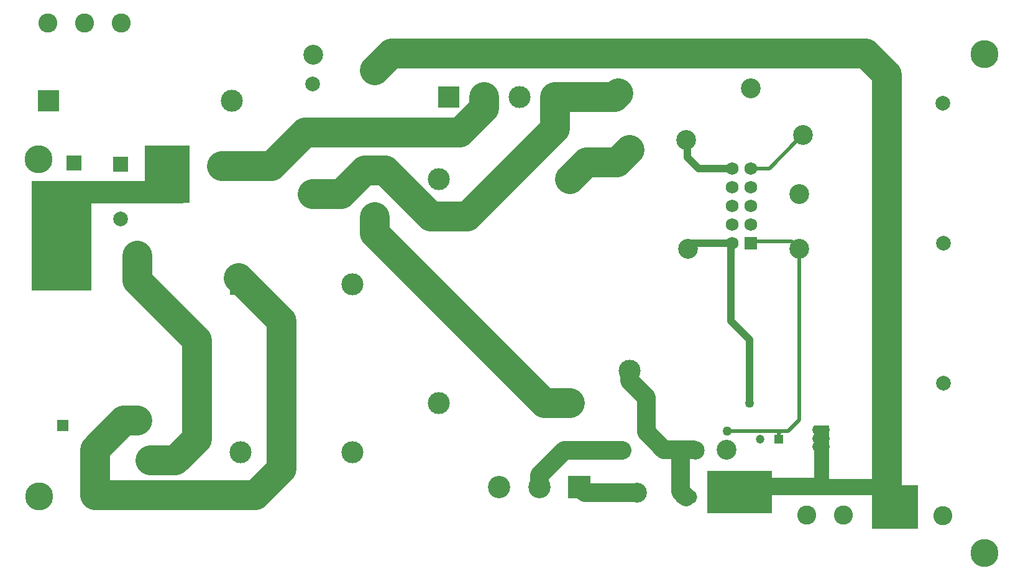
<source format=gbl>
G04 Layer_Physical_Order=2*
G04 Layer_Color=16711680*
%FSLAX25Y25*%
%MOIN*%
G70*
G01*
G75*
%ADD20R,0.07874X0.07874*%
%ADD25C,0.02000*%
%ADD26C,0.16000*%
%ADD27C,0.04000*%
%ADD30C,0.10000*%
%ADD50C,0.15000*%
%ADD51C,0.10630*%
%ADD52C,0.09843*%
%ADD53R,0.12000X0.06969*%
%ADD54O,0.12000X0.06969*%
%ADD55C,0.11811*%
%ADD56C,0.06890*%
%ADD57R,0.06890X0.06890*%
%ADD58C,0.06299*%
%ADD59R,0.06299X0.06299*%
%ADD60C,0.07874*%
%ADD61R,0.11811X0.11811*%
%ADD62C,0.11969*%
%ADD63R,0.11969X0.11969*%
%ADD64C,0.11024*%
%ADD65R,0.11024X0.11024*%
%ADD66R,0.11811X0.11811*%
%ADD67R,0.07874X0.07874*%
%ADD68C,0.09646*%
%ADD69R,0.09646X0.09646*%
%ADD70R,0.04724X0.04724*%
%ADD71C,0.04724*%
%ADD72C,0.10236*%
%ADD73C,0.05000*%
%ADD74R,0.24000X0.31000*%
%ADD75R,0.32000X0.47000*%
%ADD76R,0.81500X0.12000*%
%ADD77R,0.25000X0.23500*%
%ADD78R,0.08000X0.37500*%
%ADD79R,0.35000X0.22500*%
%ADD80R,0.22500X0.09500*%
%ADD81R,0.23500X0.08500*%
D20*
X583500Y336000D02*
D03*
X584000Y186000D02*
D03*
Y261000D02*
D03*
X159500Y136000D02*
D03*
D25*
X533000Y262000D02*
X537000Y258000D01*
X512000Y262000D02*
X533000D01*
X511000Y261000D02*
X512000Y262000D01*
X536250Y316250D02*
X537750D01*
X521000Y301000D02*
X536250Y316250D01*
X511000Y301000D02*
X521000D01*
X531000Y160500D02*
X537000Y166500D01*
X498500Y160500D02*
X527000D01*
X526000Y155500D02*
Y159500D01*
X527000Y160500D01*
X531000D01*
X537000Y166500D02*
Y187500D01*
Y258000D01*
D26*
X254000Y302500D02*
X272000Y320500D01*
X227500Y302500D02*
X254000D01*
X439500Y304500D02*
X446000Y311000D01*
X423000Y304500D02*
X439500D01*
X414000Y295500D02*
X423000Y304500D01*
X309500Y353740D02*
X318500Y362740D01*
X572760D02*
X584000Y351500D01*
X406047Y339500D02*
X438000D01*
X440000Y341500D01*
X182000Y241000D02*
Y254500D01*
Y241000D02*
X214000Y209000D01*
Y156161D02*
Y209000D01*
X174917Y165917D02*
X182000D01*
X159500Y150500D02*
X174917Y165917D01*
X159500Y136000D02*
Y150500D01*
Y126000D02*
Y136000D01*
X245500Y126000D02*
X259500Y140000D01*
X159500Y126000D02*
X245500D01*
X189028Y144661D02*
X202500D01*
X214000Y156161D01*
X259500Y140000D02*
Y219500D01*
X584000Y130000D02*
Y351500D01*
X276000Y287500D02*
X291500D01*
X304000Y300000D01*
X309500Y266500D02*
Y275000D01*
X236500Y242500D02*
X259500Y219500D01*
X272000Y320500D02*
X355000D01*
X368016Y333516D01*
Y339500D01*
X309500Y266500D02*
X400500Y175500D01*
X414000D01*
X406047Y322547D02*
Y339500D01*
X304000Y300000D02*
X315000D01*
X339500Y275500D01*
X359000D01*
X406047Y322547D01*
X318500Y362740D02*
X572760D01*
D27*
X477000Y307000D02*
Y316500D01*
X500500Y219500D02*
X510500Y209500D01*
X500500Y219500D02*
Y260500D01*
X510500Y175500D02*
Y209500D01*
X500500Y260500D02*
X501000Y261000D01*
X483000Y301000D02*
X501000D01*
X477000Y307000D02*
X483000Y301000D01*
X480500Y261000D02*
X501000D01*
X477500Y258000D02*
X480500Y261000D01*
D30*
X422000Y127500D02*
X450000D01*
X419000Y130500D02*
X422000Y127500D01*
X464500Y150500D02*
X473500D01*
X455000Y160000D02*
X464500Y150500D01*
X473500Y128000D02*
Y150500D01*
X474000D02*
X480500D01*
X411000Y150000D02*
X442130D01*
X397622Y136622D02*
X411000Y150000D01*
X473500Y128000D02*
X476500Y125000D01*
X455000Y160000D02*
Y178500D01*
X446000Y187500D02*
X455000Y178500D01*
X446000Y187500D02*
Y192890D01*
X397622Y130500D02*
Y136622D01*
D50*
X129000Y306000D02*
D03*
X636500Y362500D02*
D03*
Y95000D02*
D03*
X129500Y125500D02*
D03*
D51*
X492000Y363000D02*
D03*
X450000Y127500D02*
D03*
X477500Y258000D02*
D03*
X498000Y150500D02*
D03*
X276500Y362000D02*
D03*
X511000Y344000D02*
D03*
X539030Y319029D02*
D03*
X476500Y316500D02*
D03*
X440000Y341500D02*
D03*
X537000Y287500D02*
D03*
Y258000D02*
D03*
D52*
X481500Y150000D02*
D03*
X442130D02*
D03*
D53*
X496500Y125000D02*
D03*
D54*
X476500D02*
D03*
D55*
X343921Y175500D02*
D03*
Y295500D02*
D03*
X414000D02*
D03*
Y175500D02*
D03*
X406047Y339500D02*
D03*
X368016D02*
D03*
X387032D02*
D03*
X446000Y311000D02*
D03*
Y192890D02*
D03*
X237500Y149000D02*
D03*
X297500D02*
D03*
Y239000D02*
D03*
X232925Y337500D02*
D03*
D56*
X501000Y301000D02*
D03*
Y291000D02*
D03*
Y281000D02*
D03*
Y271000D02*
D03*
Y261000D02*
D03*
X511000Y301000D02*
D03*
Y291000D02*
D03*
Y281000D02*
D03*
Y271000D02*
D03*
D57*
Y261000D02*
D03*
D58*
X182000Y165917D02*
D03*
X142000Y252083D02*
D03*
D59*
X182000Y254500D02*
D03*
X142000Y163500D02*
D03*
D60*
X614012Y336000D02*
D03*
X614512Y186000D02*
D03*
Y261000D02*
D03*
X189028Y144661D02*
D03*
X276000Y346555D02*
D03*
X148000Y274472D02*
D03*
X173000Y273972D02*
D03*
D61*
X349000Y339500D02*
D03*
X134500Y337500D02*
D03*
D62*
X376244Y130500D02*
D03*
X397622D02*
D03*
D63*
X419000D02*
D03*
D64*
X202205Y303000D02*
D03*
D65*
X235000D02*
D03*
D66*
X237500Y239000D02*
D03*
D67*
X276000Y287500D02*
D03*
X148000Y304000D02*
D03*
X173000Y303500D02*
D03*
D68*
X309500Y275000D02*
D03*
D69*
Y353740D02*
D03*
D70*
X526000Y156000D02*
D03*
D71*
X516157D02*
D03*
D72*
X541000Y115500D02*
D03*
X560685D02*
D03*
X594500Y115000D02*
D03*
X614185D02*
D03*
X173500Y379000D02*
D03*
X153815D02*
D03*
X134130D02*
D03*
D73*
X510500Y175500D02*
D03*
X498500Y160500D02*
D03*
X546000Y363500D02*
D03*
Y368000D02*
D03*
Y359000D02*
D03*
X550500Y368000D02*
D03*
Y363500D02*
D03*
Y359000D02*
D03*
X551000Y152000D02*
D03*
Y156500D02*
D03*
Y161000D02*
D03*
X546500Y152000D02*
D03*
Y161000D02*
D03*
Y156500D02*
D03*
D74*
X198000Y298000D02*
D03*
D75*
X141500Y259000D02*
D03*
D76*
X166250Y288500D02*
D03*
D77*
X588500Y119750D02*
D03*
D78*
X549000Y144750D02*
D03*
D79*
X505000Y127750D02*
D03*
D80*
X533750Y130750D02*
D03*
D81*
X564750Y130250D02*
D03*
M02*

</source>
